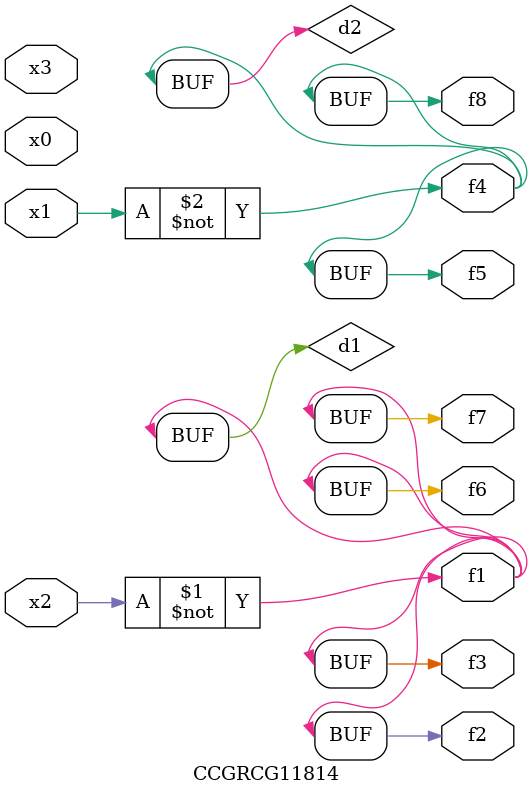
<source format=v>
module CCGRCG11814(
	input x0, x1, x2, x3,
	output f1, f2, f3, f4, f5, f6, f7, f8
);

	wire d1, d2;

	xnor (d1, x2);
	not (d2, x1);
	assign f1 = d1;
	assign f2 = d1;
	assign f3 = d1;
	assign f4 = d2;
	assign f5 = d2;
	assign f6 = d1;
	assign f7 = d1;
	assign f8 = d2;
endmodule

</source>
